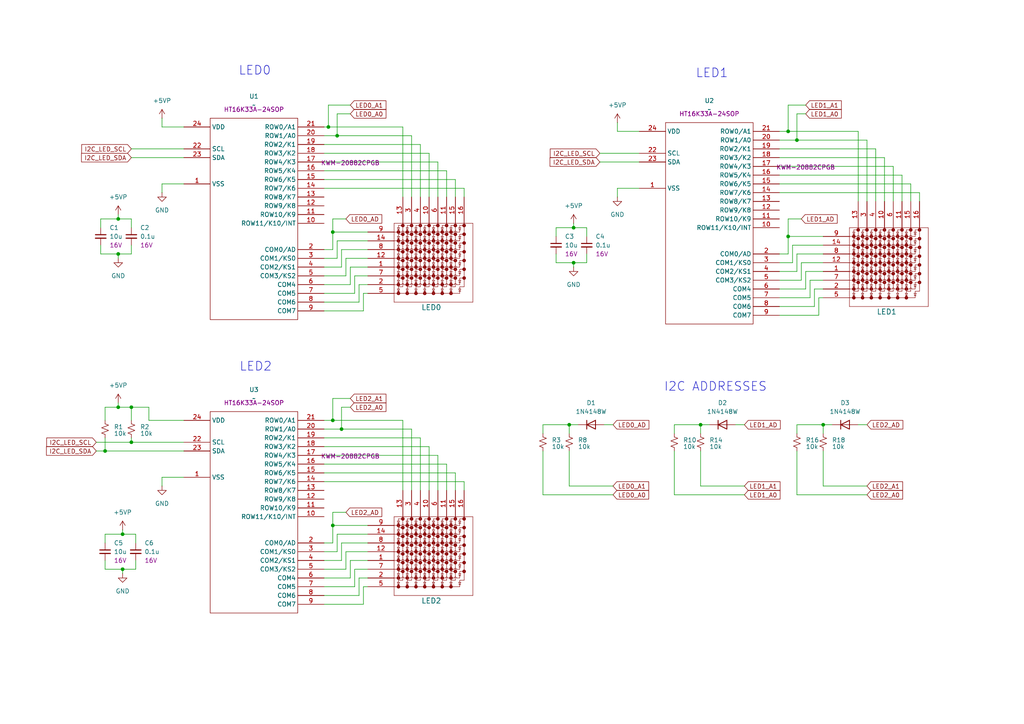
<source format=kicad_sch>
(kicad_sch (version 20231120) (generator "eeschema") (generator_version "8.0")
  (paper "A4")
  (lib_symbols
    (symbol "1_User_Library:Capacitor_non_polar" (pin_numbers hide) (pin_names (offset 0.254) hide)
      (property "Reference" "C" (at 2.54 1.778 0))
      (property "Value" "val" (at 2.54 0 0))
      (property "Voltage" "Vol" (at 2.54 -2.032 0))
      (symbol "Capacitor_non_polar_1_1"
        (pin passive line (at 0 2.54 270) (length 2.032) (name "~") (number "1"))
        (pin passive line (at 0 -2.54 90) (length 2.032) (name "~") (number "2"))
      )
    )
    (symbol "1_User_Library:HT16K33A-24SOP"
      (property "Reference" "U" (at 0 3.302 0))
      (property "Part Number" "HT16K33A-24SOP" (at -0.254 1.016 0))
      (symbol "HT16K33A-24SOP_1_0"
        (pin unspecified line (at -20.32 -19.05 0) (length 7.62) (name "VSS") (number "1"))
        (pin unspecified line (at 20.32 -30.48 180) (length 7.62) (name "ROW11/K10/INT") (number "10"))
        (pin unspecified line (at 20.32 -27.94 180) (length 7.62) (name "ROW10/K9") (number "11"))
        (pin unspecified line (at 20.32 -25.4 180) (length 7.62) (name "ROW9/K8") (number "12"))
        (pin unspecified line (at 20.32 -22.86 180) (length 7.62) (name "ROW8/K7") (number "13"))
        (pin unspecified line (at 20.32 -20.32 180) (length 7.62) (name "ROW7/K6") (number "14"))
        (pin unspecified line (at 20.32 -17.78 180) (length 7.62) (name "ROW6/K5") (number "15"))
        (pin unspecified line (at 20.32 -15.24 180) (length 7.62) (name "ROW5/K4") (number "16"))
        (pin unspecified line (at 20.32 -12.7 180) (length 7.62) (name "ROW4/K3") (number "17"))
        (pin unspecified line (at 20.32 -10.16 180) (length 7.62) (name "ROW3/K2") (number "18"))
        (pin unspecified line (at 20.32 -7.62 180) (length 7.62) (name "ROW2/K1") (number "19"))
        (pin unspecified line (at 20.32 -38.1 180) (length 7.62) (name "COM0/AD") (number "2"))
        (pin unspecified line (at 20.32 -5.08 180) (length 7.62) (name "ROW1/A0") (number "20"))
        (pin unspecified line (at 20.32 -2.54 180) (length 7.62) (name "ROW0/A1") (number "21"))
        (pin unspecified line (at -20.32 -8.89 0) (length 7.62) (name "SCL") (number "22"))
        (pin unspecified line (at -20.32 -11.43 0) (length 7.62) (name "SDA") (number "23"))
        (pin unspecified line (at -20.32 -2.54 0) (length 7.62) (name "VDD") (number "24"))
        (pin unspecified line (at 20.32 -40.64 180) (length 7.62) (name "COM1/KS0") (number "3"))
        (pin unspecified line (at 20.32 -43.18 180) (length 7.62) (name "COM2/KS1") (number "4"))
        (pin unspecified line (at 20.32 -45.72 180) (length 7.62) (name "COM3/KS2") (number "5"))
        (pin unspecified line (at 20.32 -48.26 180) (length 7.62) (name "COM4") (number "6"))
        (pin unspecified line (at 20.32 -50.8 180) (length 7.62) (name "COM5") (number "7"))
        (pin unspecified line (at 20.32 -53.34 180) (length 7.62) (name "COM6") (number "8"))
        (pin unspecified line (at 20.32 -55.88 180) (length 7.62) (name "COM7") (number "9"))
      )
    )
    (symbol "1_User_Library:KWM-20882CPGB" (pin_names (offset 0.254) hide)
      (property "Reference" "LED" (at 18.034 -22.098 0))
      (property "Part Number" "KWM-20882CPGB" (at -5.08 20.066 0))
      (symbol "KWM-20882CPGB_0_1"
        (pin unspecified line (at 0 -10.16 0) (length 7.62) (name "CATHODE_5") (number "1"))
        (pin unspecified line (at 17.78 10.16 270) (length 7.62) (name "ANODE_4") (number "10"))
        (pin unspecified line (at 22.86 10.16 270) (length 7.62) (name "ANODE_6") (number "11"))
        (pin unspecified line (at 0 -7.62 0) (length 7.62) (name "CATHODE_4") (number "12"))
        (pin unspecified line (at 10.16 10.16 270) (length 7.62) (name "ANODE_1") (number "13"))
        (pin unspecified line (at 0 -2.54 0) (length 7.62) (name "CATHODE_2") (number "14"))
        (pin unspecified line (at 25.4 10.16 270) (length 7.62) (name "ANODE_7") (number "15"))
        (pin unspecified line (at 27.94 10.16 270) (length 7.62) (name "ANODE_8") (number "16"))
        (pin unspecified line (at 0 -15.24 0) (length 7.62) (name "CATHODE_7") (number "2"))
        (pin unspecified line (at 12.7 10.16 270) (length 7.62) (name "ANODE_2") (number "3"))
        (pin unspecified line (at 15.24 10.16 270) (length 7.62) (name "ANODE_3") (number "4"))
        (pin unspecified line (at 0 -17.78 0) (length 7.62) (name "CATHODE_8") (number "5"))
        (pin unspecified line (at 20.32 10.16 270) (length 7.62) (name "ANODE_5") (number "6"))
        (pin unspecified line (at 0 -12.7 0) (length 7.62) (name "CATHODE_6") (number "7"))
        (pin unspecified line (at 0 -5.08 0) (length 7.62) (name "CATHODE_3") (number "8"))
      )
      (symbol "KWM-20882CPGB_1_1"
        (pin unspecified line (at 0 0 0) (length 7.62) (name "CATHODE_1") (number "9"))
      )
    )
    (symbol "1_User_Library:Resistor" (pin_numbers hide) (pin_names (offset 0.254) hide)
      (property "Reference" "R" (at 0.762 0.508 0))
      (symbol "Resistor_1_1"
        (pin passive line (at 0 2.54 270) (length 1.016) (name "~") (number "1"))
        (pin passive line (at 0 -2.54 90) (length 1.016) (name "~") (number "2"))
      )
    )
    (symbol "Diode:1N4148WT" (pin_numbers hide) (pin_names hide)
      (property "Reference" "D" (at 0 2.54 0))
      (property "Value" "1N4148WT" (at 0 -2.54 0))
      (symbol "1N4148WT_1_1"
        (pin passive line (at -3.81 0 0) (length 2.54) (name "K") (number "1"))
        (pin passive line (at 3.81 0 180) (length 2.54) (name "A") (number "2"))
      )
    )
    (symbol "power:+5VP" (power) (pin_numbers hide) (pin_names (offset 0) hide)
      (property "Value" "+5VP" (at 0 3.556 0))
      (symbol "+5VP_1_1"
        (pin power_in line (at 0 0 90) (length 0) (name "~") (number "1"))
      )
    )
    (symbol "power:GND" (power) (pin_numbers hide) (pin_names (offset 0) hide)
      (property "Value" "GND" (at 0 -3.81 0))
      (symbol "GND_1_1"
        (pin power_in line (at 0 0 270) (length 0) (name "~") (number "1"))
      )
    )
  )
  (junction (at 38.1 128.27))
  (junction (at 96.52 121.92))
  (junction (at 231.14 40.64))
  (junction (at 228.6 68.58))
  (junction (at 238.76 123.19))
  (junction (at 38.1 118.11))
  (junction (at 165.1 123.19))
  (junction (at 166.37 66.04))
  (junction (at 96.52 152.4))
  (junction (at 34.29 63.5))
  (junction (at 95.25 36.83))
  (junction (at 99.06 124.46))
  (junction (at 203.2 123.19))
  (junction (at 228.6 38.1))
  (junction (at 35.56 165.1))
  (junction (at 166.37 76.2))
  (junction (at 96.52 67.31))
  (junction (at 34.29 73.66))
  (junction (at 97.79 39.37))
  (junction (at 30.48 130.81))
  (junction (at 35.56 154.94))
  (junction (at 34.29 118.11))
  (wire (pts (xy 27.94 128.27) (xy 38.1 128.27)))
  (wire (pts (xy 226.06 81.28) (xy 232.41 81.28)))
  (wire (pts (xy 30.48 157.48) (xy 30.48 154.94)))
  (wire (pts (xy 173.99 44.45) (xy 185.42 44.45)))
  (wire (pts (xy 30.48 154.94) (xy 35.56 154.94)))
  (wire (pts (xy 34.29 63.5) (xy 38.1 63.5)))
  (wire (pts (xy 30.48 118.11) (xy 34.29 118.11)))
  (wire (pts (xy 232.41 81.28) (xy 232.41 76.2)))
  (wire (pts (xy 96.52 67.31) (xy 106.68 67.31)))
  (wire (pts (xy 165.1 130.81) (xy 165.1 140.97)))
  (wire (pts (xy 170.18 76.2) (xy 166.37 76.2)))
  (wire (pts (xy 238.76 123.19) (xy 238.76 125.73)))
  (wire (pts (xy 228.6 68.58) (xy 238.76 68.58)))
  (wire (pts (xy 226.06 55.88) (xy 266.7 55.88)))
  (wire (pts (xy 157.48 130.81) (xy 157.48 143.51)))
  (wire (pts (xy 93.98 44.45) (xy 124.46 44.45)))
  (wire (pts (xy 231.14 130.81) (xy 231.14 143.51)))
  (wire (pts (xy 29.21 66.04) (xy 29.21 63.5)))
  (wire (pts (xy 93.98 160.02) (xy 97.79 160.02)))
  (wire (pts (xy 170.18 73.66) (xy 170.18 76.2)))
  (wire (pts (xy 101.6 162.56) (xy 106.68 162.56)))
  (wire (pts (xy 231.14 33.02) (xy 231.14 40.64)))
  (wire (pts (xy 43.18 118.11) (xy 38.1 118.11)))
  (wire (pts (xy 96.52 72.39) (xy 96.52 67.31)))
  (wire (pts (xy 35.56 154.94) (xy 39.37 154.94)))
  (wire (pts (xy 121.92 41.91) (xy 121.92 57.15)))
  (wire (pts (xy 100.33 165.1) (xy 100.33 160.02)))
  (wire (pts (xy 203.2 140.97) (xy 215.9 140.97)))
  (wire (pts (xy 233.68 30.48) (xy 228.6 30.48)))
  (wire (pts (xy 102.87 85.09) (xy 102.87 80.01)))
  (wire (pts (xy 53.34 121.92) (xy 43.18 121.92)))
  (wire (pts (xy 93.98 165.1) (xy 100.33 165.1)))
  (wire (pts (xy 166.37 76.2) (xy 161.29 76.2)))
  (wire (pts (xy 38.1 71.12) (xy 38.1 73.66)))
  (wire (pts (xy 34.29 73.66) (xy 29.21 73.66)))
  (wire (pts (xy 101.6 167.64) (xy 101.6 162.56)))
  (wire (pts (xy 93.98 46.99) (xy 127 46.99)))
  (wire (pts (xy 256.54 45.72) (xy 256.54 58.42)))
  (wire (pts (xy 43.18 121.92) (xy 43.18 118.11)))
  (wire (pts (xy 161.29 76.2) (xy 161.29 73.66)))
  (wire (pts (xy 226.06 38.1) (xy 228.6 38.1)))
  (wire (pts (xy 101.6 118.11) (xy 99.06 118.11)))
  (wire (pts (xy 157.48 125.73) (xy 157.48 123.19)))
  (wire (pts (xy 30.48 121.92) (xy 30.48 118.11)))
  (wire (pts (xy 93.98 162.56) (xy 99.06 162.56)))
  (wire (pts (xy 236.22 83.82) (xy 238.76 83.82)))
  (wire (pts (xy 116.84 121.92) (xy 116.84 142.24)))
  (wire (pts (xy 93.98 82.55) (xy 101.6 82.55)))
  (wire (pts (xy 228.6 73.66) (xy 228.6 68.58)))
  (wire (pts (xy 96.52 157.48) (xy 96.52 152.4)))
  (wire (pts (xy 99.06 124.46) (xy 119.38 124.46)))
  (wire (pts (xy 99.06 157.48) (xy 106.68 157.48)))
  (wire (pts (xy 38.1 118.11) (xy 34.29 118.11)))
  (wire (pts (xy 179.07 57.15) (xy 179.07 54.61)))
  (wire (pts (xy 232.41 63.5) (xy 228.6 63.5)))
  (wire (pts (xy 259.08 48.26) (xy 259.08 58.42)))
  (wire (pts (xy 226.06 76.2) (xy 229.87 76.2)))
  (wire (pts (xy 97.79 33.02) (xy 97.79 39.37)))
  (wire (pts (xy 93.98 121.92) (xy 96.52 121.92)))
  (wire (pts (xy 34.29 73.66) (xy 34.29 74.93)))
  (wire (pts (xy 93.98 52.07) (xy 132.08 52.07)))
  (wire (pts (xy 134.62 139.7) (xy 134.62 142.24)))
  (wire (pts (xy 93.98 139.7) (xy 134.62 139.7)))
  (wire (pts (xy 93.98 85.09) (xy 102.87 85.09)))
  (wire (pts (xy 46.99 140.97) (xy 46.99 138.43)))
  (wire (pts (xy 124.46 129.54) (xy 124.46 142.24)))
  (wire (pts (xy 93.98 49.53) (xy 129.54 49.53)))
  (wire (pts (xy 93.98 172.72) (xy 104.14 172.72)))
  (wire (pts (xy 213.36 123.19) (xy 215.9 123.19)))
  (wire (pts (xy 35.56 165.1) (xy 30.48 165.1)))
  (wire (pts (xy 99.06 77.47) (xy 99.06 72.39)))
  (wire (pts (xy 121.92 127) (xy 121.92 142.24)))
  (wire (pts (xy 179.07 54.61) (xy 185.42 54.61)))
  (wire (pts (xy 93.98 134.62) (xy 129.54 134.62)))
  (wire (pts (xy 233.68 83.82) (xy 233.68 78.74)))
  (wire (pts (xy 97.79 160.02) (xy 97.79 154.94)))
  (wire (pts (xy 104.14 87.63) (xy 104.14 82.55)))
  (wire (pts (xy 101.6 115.57) (xy 96.52 115.57)))
  (wire (pts (xy 127 132.08) (xy 127 142.24)))
  (wire (pts (xy 203.2 123.19) (xy 205.74 123.19)))
  (wire (pts (xy 93.98 90.17) (xy 105.41 90.17)))
  (wire (pts (xy 251.46 40.64) (xy 251.46 58.42)))
  (wire (pts (xy 97.79 39.37) (xy 119.38 39.37)))
  (wire (pts (xy 101.6 82.55) (xy 101.6 77.47)))
  (wire (pts (xy 35.56 153.67) (xy 35.56 154.94)))
  (wire (pts (xy 97.79 74.93) (xy 97.79 69.85)))
  (wire (pts (xy 226.06 78.74) (xy 231.14 78.74)))
  (wire (pts (xy 93.98 54.61) (xy 134.62 54.61)))
  (wire (pts (xy 226.06 91.44) (xy 237.49 91.44)))
  (wire (pts (xy 195.58 125.73) (xy 195.58 123.19)))
  (wire (pts (xy 132.08 52.07) (xy 132.08 57.15)))
  (wire (pts (xy 105.41 85.09) (xy 106.68 85.09)))
  (wire (pts (xy 166.37 64.77) (xy 166.37 66.04)))
  (wire (pts (xy 46.99 34.29) (xy 46.99 36.83)))
  (wire (pts (xy 226.06 50.8) (xy 261.62 50.8)))
  (wire (pts (xy 119.38 124.46) (xy 119.38 142.24)))
  (wire (pts (xy 134.62 54.61) (xy 134.62 57.15)))
  (wire (pts (xy 38.1 45.72) (xy 53.34 45.72)))
  (wire (pts (xy 102.87 165.1) (xy 106.68 165.1)))
  (wire (pts (xy 105.41 170.18) (xy 106.68 170.18)))
  (wire (pts (xy 226.06 48.26) (xy 259.08 48.26)))
  (wire (pts (xy 99.06 118.11) (xy 99.06 124.46)))
  (wire (pts (xy 236.22 88.9) (xy 236.22 83.82)))
  (wire (pts (xy 93.98 170.18) (xy 102.87 170.18)))
  (wire (pts (xy 102.87 170.18) (xy 102.87 165.1)))
  (wire (pts (xy 179.07 38.1) (xy 185.42 38.1)))
  (wire (pts (xy 173.99 46.99) (xy 185.42 46.99)))
  (wire (pts (xy 96.52 121.92) (xy 116.84 121.92)))
  (wire (pts (xy 238.76 140.97) (xy 251.46 140.97)))
  (wire (pts (xy 46.99 53.34) (xy 53.34 53.34)))
  (wire (pts (xy 105.41 90.17) (xy 105.41 85.09)))
  (wire (pts (xy 38.1 63.5) (xy 38.1 66.04)))
  (wire (pts (xy 93.98 137.16) (xy 132.08 137.16)))
  (wire (pts (xy 165.1 140.97) (xy 177.8 140.97)))
  (wire (pts (xy 100.33 74.93) (xy 106.68 74.93)))
  (wire (pts (xy 93.98 39.37) (xy 97.79 39.37)))
  (wire (pts (xy 101.6 30.48) (xy 95.25 30.48)))
  (wire (pts (xy 29.21 63.5) (xy 34.29 63.5)))
  (wire (pts (xy 93.98 36.83) (xy 95.25 36.83)))
  (wire (pts (xy 93.98 132.08) (xy 127 132.08)))
  (wire (pts (xy 102.87 80.01) (xy 106.68 80.01)))
  (wire (pts (xy 93.98 74.93) (xy 97.79 74.93)))
  (wire (pts (xy 46.99 138.43) (xy 53.34 138.43)))
  (wire (pts (xy 231.14 78.74) (xy 231.14 73.66)))
  (wire (pts (xy 38.1 128.27) (xy 38.1 127)))
  (wire (pts (xy 96.52 63.5) (xy 96.52 67.31)))
  (wire (pts (xy 101.6 33.02) (xy 97.79 33.02)))
  (wire (pts (xy 238.76 130.81) (xy 238.76 140.97)))
  (wire (pts (xy 195.58 130.81) (xy 195.58 143.51)))
  (wire (pts (xy 39.37 165.1) (xy 35.56 165.1)))
  (wire (pts (xy 129.54 134.62) (xy 129.54 142.24)))
  (wire (pts (xy 39.37 162.56) (xy 39.37 165.1)))
  (wire (pts (xy 166.37 66.04) (xy 170.18 66.04)))
  (wire (pts (xy 226.06 45.72) (xy 256.54 45.72)))
  (wire (pts (xy 100.33 160.02) (xy 106.68 160.02)))
  (wire (pts (xy 104.14 172.72) (xy 104.14 167.64)))
  (wire (pts (xy 238.76 123.19) (xy 241.3 123.19)))
  (wire (pts (xy 93.98 80.01) (xy 100.33 80.01)))
  (wire (pts (xy 39.37 154.94) (xy 39.37 157.48)))
  (wire (pts (xy 233.68 33.02) (xy 231.14 33.02)))
  (wire (pts (xy 165.1 123.19) (xy 167.64 123.19)))
  (wire (pts (xy 46.99 55.88) (xy 46.99 53.34)))
  (wire (pts (xy 96.52 148.59) (xy 96.52 152.4)))
  (wire (pts (xy 38.1 73.66) (xy 34.29 73.66)))
  (wire (pts (xy 101.6 77.47) (xy 106.68 77.47)))
  (wire (pts (xy 234.95 81.28) (xy 238.76 81.28)))
  (wire (pts (xy 34.29 118.11) (xy 34.29 116.84)))
  (wire (pts (xy 229.87 76.2) (xy 229.87 71.12)))
  (wire (pts (xy 30.48 130.81) (xy 53.34 130.81)))
  (wire (pts (xy 93.98 77.47) (xy 99.06 77.47)))
  (wire (pts (xy 93.98 124.46) (xy 99.06 124.46)))
  (wire (pts (xy 93.98 41.91) (xy 121.92 41.91)))
  (wire (pts (xy 100.33 148.59) (xy 96.52 148.59)))
  (wire (pts (xy 261.62 50.8) (xy 261.62 58.42)))
  (wire (pts (xy 266.7 55.88) (xy 266.7 58.42)))
  (wire (pts (xy 170.18 66.04) (xy 170.18 68.58)))
  (wire (pts (xy 27.94 130.81) (xy 30.48 130.81)))
  (wire (pts (xy 93.98 129.54) (xy 124.46 129.54)))
  (wire (pts (xy 179.07 35.56) (xy 179.07 38.1)))
  (wire (pts (xy 226.06 53.34) (xy 264.16 53.34)))
  (wire (pts (xy 233.68 78.74) (xy 238.76 78.74)))
  (wire (pts (xy 248.92 123.19) (xy 251.46 123.19)))
  (wire (pts (xy 228.6 38.1) (xy 248.92 38.1)))
  (wire (pts (xy 226.06 83.82) (xy 233.68 83.82)))
  (wire (pts (xy 99.06 72.39) (xy 106.68 72.39)))
  (wire (pts (xy 46.99 36.83) (xy 53.34 36.83)))
  (wire (pts (xy 97.79 154.94) (xy 106.68 154.94)))
  (wire (pts (xy 53.34 128.27) (xy 38.1 128.27)))
  (wire (pts (xy 231.14 123.19) (xy 238.76 123.19)))
  (wire (pts (xy 231.14 125.73) (xy 231.14 123.19)))
  (wire (pts (xy 264.16 53.34) (xy 264.16 58.42)))
  (wire (pts (xy 30.48 165.1) (xy 30.48 162.56)))
  (wire (pts (xy 100.33 80.01) (xy 100.33 74.93)))
  (wire (pts (xy 116.84 36.83) (xy 116.84 57.15)))
  (wire (pts (xy 127 46.99) (xy 127 57.15)))
  (wire (pts (xy 38.1 118.11) (xy 38.1 121.92)))
  (wire (pts (xy 93.98 72.39) (xy 96.52 72.39)))
  (wire (pts (xy 30.48 127) (xy 30.48 130.81)))
  (wire (pts (xy 132.08 137.16) (xy 132.08 142.24)))
  (wire (pts (xy 124.46 44.45) (xy 124.46 57.15)))
  (wire (pts (xy 231.14 40.64) (xy 251.46 40.64)))
  (wire (pts (xy 35.56 165.1) (xy 35.56 166.37)))
  (wire (pts (xy 226.06 40.64) (xy 231.14 40.64)))
  (wire (pts (xy 97.79 69.85) (xy 106.68 69.85)))
  (wire (pts (xy 99.06 162.56) (xy 99.06 157.48)))
  (wire (pts (xy 237.49 86.36) (xy 238.76 86.36)))
  (wire (pts (xy 228.6 63.5) (xy 228.6 68.58)))
  (wire (pts (xy 129.54 49.53) (xy 129.54 57.15)))
  (wire (pts (xy 104.14 167.64) (xy 106.68 167.64)))
  (wire (pts (xy 226.06 43.18) (xy 254 43.18)))
  (wire (pts (xy 38.1 43.18) (xy 53.34 43.18)))
  (wire (pts (xy 231.14 73.66) (xy 238.76 73.66)))
  (wire (pts (xy 228.6 30.48) (xy 228.6 38.1)))
  (wire (pts (xy 232.41 76.2) (xy 238.76 76.2)))
  (wire (pts (xy 234.95 86.36) (xy 234.95 81.28)))
  (wire (pts (xy 226.06 73.66) (xy 228.6 73.66)))
  (wire (pts (xy 226.06 88.9) (xy 236.22 88.9)))
  (wire (pts (xy 195.58 123.19) (xy 203.2 123.19)))
  (wire (pts (xy 29.21 73.66) (xy 29.21 71.12)))
  (wire (pts (xy 254 43.18) (xy 254 58.42)))
  (wire (pts (xy 104.14 82.55) (xy 106.68 82.55)))
  (wire (pts (xy 248.92 38.1) (xy 248.92 58.42)))
  (wire (pts (xy 166.37 76.2) (xy 166.37 77.47)))
  (wire (pts (xy 93.98 175.26) (xy 105.41 175.26)))
  (wire (pts (xy 96.52 152.4) (xy 106.68 152.4)))
  (wire (pts (xy 161.29 68.58) (xy 161.29 66.04)))
  (wire (pts (xy 100.33 63.5) (xy 96.52 63.5)))
  (wire (pts (xy 175.26 123.19) (xy 177.8 123.19)))
  (wire (pts (xy 93.98 127) (xy 121.92 127)))
  (wire (pts (xy 237.49 91.44) (xy 237.49 86.36)))
  (wire (pts (xy 165.1 123.19) (xy 165.1 125.73)))
  (wire (pts (xy 157.48 123.19) (xy 165.1 123.19)))
  (wire (pts (xy 157.48 143.51) (xy 177.8 143.51)))
  (wire (pts (xy 226.06 86.36) (xy 234.95 86.36)))
  (wire (pts (xy 195.58 143.51) (xy 215.9 143.51)))
  (wire (pts (xy 96.52 115.57) (xy 96.52 121.92)))
  (wire (pts (xy 161.29 66.04) (xy 166.37 66.04)))
  (wire (pts (xy 95.25 30.48) (xy 95.25 36.83)))
  (wire (pts (xy 119.38 39.37) (xy 119.38 57.15)))
  (wire (pts (xy 229.87 71.12) (xy 238.76 71.12)))
  (wire (pts (xy 34.29 62.23) (xy 34.29 63.5)))
  (wire (pts (xy 203.2 130.81) (xy 203.2 140.97)))
  (wire (pts (xy 93.98 157.48) (xy 96.52 157.48)))
  (wire (pts (xy 95.25 36.83) (xy 116.84 36.83)))
  (wire (pts (xy 93.98 167.64) (xy 101.6 167.64)))
  (wire (pts (xy 231.14 143.51) (xy 251.46 143.51)))
  (wire (pts (xy 105.41 175.26) (xy 105.41 170.18)))
  (wire (pts (xy 203.2 123.19) (xy 203.2 125.73)))
  (wire (pts (xy 93.98 87.63) (xy 104.14 87.63)))
  (text "LED1" (at 206.502 21.336 0) (effects (font (size 2.54 2.54))))
  (text "I2C ADDRESSES" (at 207.518 112.268 0) (effects (font (size 2.54 2.54))))
  (text "LED0" (at 73.914 20.574 0) (effects (font (size 2.54 2.54))))
  (text "LED2\n" (at 74.168 106.426 0) (effects (font (size 2.54 2.54))))
  (global_label "I2C_LED_SDA" (shape input) (at 173.99 46.99 180) (property "Intersheetrefs" "${INTERSHEET_REFS}" (effects (hide yes))))
  (global_label "LED0_AD" (shape input) (at 177.8 123.19 0) (property "Intersheetrefs" "${INTERSHEET_REFS}" (effects (hide yes))))
  (global_label "LED2_A0" (shape input) (at 251.46 143.51 0) (property "Intersheetrefs" "${INTERSHEET_REFS}" (effects (hide yes))))
  (global_label "LED1_A1" (shape input) (at 215.9 140.97 0) (property "Intersheetrefs" "${INTERSHEET_REFS}" (effects (hide yes))))
  (global_label "LED0_A1" (shape input) (at 101.6 30.48 0) (property "Intersheetrefs" "${INTERSHEET_REFS}" (effects (hide yes))))
  (global_label "LED2_A1" (shape input) (at 251.46 140.97 0) (property "Intersheetrefs" "${INTERSHEET_REFS}" (effects (hide yes))))
  (global_label "LED2_A1" (shape input) (at 101.6 115.57 0) (property "Intersheetrefs" "${INTERSHEET_REFS}" (effects (hide yes))))
  (global_label "LED0_A0" (shape input) (at 101.6 33.02 0) (property "Intersheetrefs" "${INTERSHEET_REFS}" (effects (hide yes))))
  (global_label "LED1_AD" (shape input) (at 215.9 123.19 0) (property "Intersheetrefs" "${INTERSHEET_REFS}" (effects (hide yes))))
  (global_label "LED2_AD" (shape input) (at 100.33 148.59 0) (property "Intersheetrefs" "${INTERSHEET_REFS}" (effects (hide yes))))
  (global_label "LED2_AD" (shape input) (at 251.46 123.19 0) (property "Intersheetrefs" "${INTERSHEET_REFS}" (effects (hide yes))))
  (global_label "LED0_A0" (shape input) (at 177.8 143.51 0) (property "Intersheetrefs" "${INTERSHEET_REFS}" (effects (hide yes))))
  (global_label "I2C_LED_SDA" (shape input) (at 38.1 45.72 180) (property "Intersheetrefs" "${INTERSHEET_REFS}" (effects (hide yes))))
  (global_label "LED2_A0" (shape input) (at 101.6 118.11 0) (property "Intersheetrefs" "${INTERSHEET_REFS}" (effects (hide yes))))
  (global_label "LED1_AD" (shape input) (at 232.41 63.5 0) (property "Intersheetrefs" "${INTERSHEET_REFS}" (effects (hide yes))))
  (global_label "I2C_LED_SCL" (shape input) (at 27.94 128.27 180) (property "Intersheetrefs" "${INTERSHEET_REFS}" (effects (hide yes))))
  (global_label "I2C_LED_SCL" (shape input) (at 38.1 43.18 180) (property "Intersheetrefs" "${INTERSHEET_REFS}" (effects (hide yes))))
  (global_label "I2C_LED_SDA" (shape input) (at 27.94 130.81 180) (property "Intersheetrefs" "${INTERSHEET_REFS}" (effects (hide yes))))
  (global_label "LED0_AD" (shape input) (at 100.33 63.5 0) (property "Intersheetrefs" "${INTERSHEET_REFS}" (effects (hide yes))))
  (global_label "LED0_A1" (shape input) (at 177.8 140.97 0) (property "Intersheetrefs" "${INTERSHEET_REFS}" (effects (hide yes))))
  (global_label "LED1_A0" (shape input) (at 233.68 33.02 0) (property "Intersheetrefs" "${INTERSHEET_REFS}" (effects (hide yes))))
  (global_label "I2C_LED_SCL" (shape input) (at 173.99 44.45 180) (property "Intersheetrefs" "${INTERSHEET_REFS}" (effects (hide yes))))
  (global_label "LED1_A1" (shape input) (at 233.68 30.48 0) (property "Intersheetrefs" "${INTERSHEET_REFS}" (effects (hide yes))))
  (global_label "LED1_A0" (shape input) (at 215.9 143.51 0) (property "Intersheetrefs" "${INTERSHEET_REFS}" (effects (hide yes))))
  (symbol (lib_id "1_User_Library:HT16K33A-24SOP") (at 205.74 35.56 0) (unit 1)
    (property "Reference" "U2" (at 205.74 29.21 0))
    (property "Value" "~" (at 205.74 31.75 0))
    (property "Footprint" "Package_SO:SOP-24_7.5x15.4mm_P1.27mm" (effects (hide yes)))
    (property "Part Number" "HT16K33A-24SOP" (at 205.74 33.02 0))
  )
  (symbol (lib_id "1_User_Library:Capacitor_non_polar") (at 38.1 68.58 0) (unit 1)
    (property "Reference" "C2" (at 40.64 66.0462 0) (effects (justify left)))
    (property "Value" "0.1u" (at 40.64 68.5862 0) (effects (justify left)))
    (property "Footprint" "Capacitor_SMD:C_0805_2012Metric_Pad1.18x1.45mm_HandSolder" (effects (hide yes)))
    (property "Description" "CAP, MLCC, 0.1U, 16V, 0805" (effects (hide yes)))
    (property "Part Number" "0805YC104MAT2A" (effects (hide yes)))
    (property "Voltage" "16V" (at 40.64 71.1262 0) (effects (justify left)))
  )
  (symbol (lib_id "1_User_Library:HT16K33A-24SOP") (at 73.66 34.29 0) (unit 1)
    (property "Reference" "U1" (at 73.66 27.94 0))
    (property "Value" "~" (at 73.66 30.48 0))
    (property "Footprint" "Package_SO:SOP-24_7.5x15.4mm_P1.27mm" (effects (hide yes)))
    (property "Part Number" "HT16K33A-24SOP" (at 73.66 31.75 0))
  )
  (symbol (lib_id "1_User_Library:Resistor") (at 157.48 128.27 0) (unit 1)
    (property "Reference" "R3" (at 160.02 127.6349 0) (effects (justify left)))
    (property "Value" "10k" (at 160.02 129.54 0) (effects (justify left)))
    (property "Footprint" "Resistor_SMD:R_0805_2012Metric_Pad1.20x1.40mm_HandSolder" (effects (hide yes)))
    (property "Description" "RES, 0805, 10K, 1PCT" (effects (hide yes)))
    (property "Part Number" "CRCW080510K0FKEA" (effects (hide yes)))
  )
  (symbol (lib_id "1_User_Library:Resistor") (at 231.14 128.27 0) (unit 1)
    (property "Reference" "R16" (at 233.68 127.6349 0) (effects (justify left)))
    (property "Value" "10k" (at 233.68 129.54 0) (effects (justify left)))
    (property "Footprint" "Resistor_SMD:R_0805_2012Metric_Pad1.20x1.40mm_HandSolder" (effects (hide yes)))
    (property "Description" "RES, 0805, 10K, 1PCT" (effects (hide yes)))
    (property "Part Number" "CRCW080510K0FKEA" (effects (hide yes)))
  )
  (symbol (lib_id "1_User_Library:Resistor") (at 195.58 128.27 0) (unit 1)
    (property "Reference" "R10" (at 198.12 127.6349 0) (effects (justify left)))
    (property "Value" "10k" (at 198.12 129.54 0) (effects (justify left)))
    (property "Footprint" "Resistor_SMD:R_0805_2012Metric_Pad1.20x1.40mm_HandSolder" (effects (hide yes)))
    (property "Description" "RES, 0805, 10K, 1PCT" (effects (hide yes)))
    (property "Part Number" "CRCW080510K0FKEA" (effects (hide yes)))
  )
  (symbol (lib_id "1_User_Library:HT16K33A-24SOP") (at 73.66 119.38 0) (unit 1)
    (property "Reference" "U3" (at 73.66 113.03 0))
    (property "Value" "~" (at 73.66 115.57 0))
    (property "Footprint" "Package_SO:SOP-24_7.5x15.4mm_P1.27mm" (effects (hide yes)))
    (property "Part Number" "HT16K33A-24SOP" (at 73.66 116.84 0))
  )
  (symbol (lib_id "1_User_Library:Resistor") (at 30.48 124.46 0) (unit 1)
    (property "Reference" "R1" (at 33.02 123.8249 0) (effects (justify left)))
    (property "Value" "10k" (at 33.02 125.73 0) (effects (justify left)))
    (property "Footprint" "Resistor_SMD:R_0805_2012Metric_Pad1.20x1.40mm_HandSolder" (effects (hide yes)))
    (property "Description" "RES, 0805, 10K, 1PCT" (effects (hide yes)))
    (property "Part Number" "CRCW080510K0FKEA" (effects (hide yes)))
  )
  (symbol (lib_id "power:+5VP") (at 34.29 62.23 0) (unit 1)
    (property "Reference" "#PWR07" (effects (hide yes)))
    (property "Value" "+5VP" (at 34.29 57.15 0))
    (property "Description" "Power symbol creates a global label with name \"+5VP\"" (effects (hide yes)))
  )
  (symbol (lib_id "Diode:1N4148WT") (at 245.11 123.19 0) (unit 1)
    (property "Reference" "D3" (at 245.11 116.84 0))
    (property "Value" "1N4148W" (at 245.11 119.38 0))
    (property "Footprint" "Diode_SMD:D_SOD-523" (effects (hide yes)))
    (property "Datasheet" "https://www.diodes.com/assets/Datasheets/ds30396.pdf" (effects (hide yes)))
    (property "Description" "75V 0.15A Fast switching Diode, SOD-523" (effects (hide yes)))
    (property "Sim.Device" "D" (effects (hide yes)))
    (property "Sim.Pins" "1=K 2=A" (effects (hide yes)))
    (property "Part Number" "1N4148W" (effects (hide yes)))
  )
  (symbol (lib_id "power:GND") (at 34.29 74.93 0) (unit 1)
    (property "Reference" "#PWR09" (effects (hide yes)))
    (property "Value" "GND" (at 34.29 80.01 0))
    (property "Description" "Power symbol creates a global label with name \"GND\" , ground" (effects (hide yes)))
  )
  (symbol (lib_id "power:+5VP") (at 34.29 116.84 0) (unit 1)
    (property "Reference" "#PWR01" (effects (hide yes)))
    (property "Value" "+5VP" (at 34.29 111.76 0))
    (property "Description" "Power symbol creates a global label with name \"+5VP\"" (effects (hide yes)))
  )
  (symbol (lib_id "Diode:1N4148WT") (at 209.55 123.19 0) (unit 1)
    (property "Reference" "D2" (at 209.55 116.84 0))
    (property "Value" "1N4148W" (at 209.55 119.38 0))
    (property "Footprint" "Diode_SMD:D_SOD-523" (effects (hide yes)))
    (property "Datasheet" "https://www.diodes.com/assets/Datasheets/ds30396.pdf" (effects (hide yes)))
    (property "Description" "75V 0.15A Fast switching Diode, SOD-523" (effects (hide yes)))
    (property "Sim.Device" "D" (effects (hide yes)))
    (property "Sim.Pins" "1=K 2=A" (effects (hide yes)))
  )
  (symbol (lib_id "1_User_Library:KWM-20882CPGB") (at 238.76 68.58 0) (unit 1)
    (property "Reference" "LED1" (at 254.254 90.424 0) (effects (font (size 1.524 1.524)) (justify left)))
    (property "Value" "KWM-R30881CBB" (effects (hide yes)))
    (property "Footprint" "1_User_Library:KWM-20882AUGB" (effects (hide yes)))
    (property "Datasheet" "KWM-20882CPGB" (effects (hide yes)))
    (property "Description" "8X8 LED DOT MATRIX, COMMON CATHODE" (effects (hide yes)))
    (property "Part Number" "KWM-20882CPGB" (at 233.68 48.514 0))
  )
  (symbol (lib_id "power:+5VP") (at 179.07 35.56 0) (unit 1)
    (property "Reference" "#PWR03" (effects (hide yes)))
    (property "Value" "+5VP" (at 179.07 30.48 0))
    (property "Description" "Power symbol creates a global label with name \"+5VP\"" (effects (hide yes)))
  )
  (symbol (lib_id "1_User_Library:KWM-20882CPGB") (at 106.68 152.4 0) (unit 1)
    (property "Reference" "LED2" (at 122.174 174.244 0) (effects (font (size 1.524 1.524)) (justify left)))
    (property "Value" "KWM-R30881CBB" (effects (hide yes)))
    (property "Footprint" "1_User_Library:KWM-20882AUGB" (effects (hide yes)))
    (property "Datasheet" "KWM-20882CPGB" (effects (hide yes)))
    (property "Description" "8X8 LED DOT MATRIX, COMMON CATHODE" (effects (hide yes)))
    (property "Part Number" "KWM-20882CPGB" (at 101.6 132.334 0))
  )
  (symbol (lib_id "1_User_Library:KWM-20882CPGB") (at 106.68 67.31 0) (unit 1)
    (property "Reference" "LED0" (at 122.174 89.154 0) (effects (font (size 1.524 1.524)) (justify left)))
    (property "Value" "KWM-R30881CBB" (effects (hide yes)))
    (property "Footprint" "1_User_Library:KWM-20882AUGB" (effects (hide yes)))
    (property "Datasheet" "KWM-20882CPGB" (effects (hide yes)))
    (property "Description" "8X8 LED DOT MATRIX, COMMON CATHODE" (effects (hide yes)))
    (property "Part Number" "KWM-20882CPGB" (at 101.6 47.244 0))
  )
  (symbol (lib_id "1_User_Library:Resistor") (at 238.76 128.27 0) (unit 1)
    (property "Reference" "R18" (at 241.3 127.6349 0) (effects (justify left)))
    (property "Value" "10k" (at 241.3 129.54 0) (effects (justify left)))
    (property "Footprint" "Resistor_SMD:R_0805_2012Metric_Pad1.20x1.40mm_HandSolder" (effects (hide yes)))
    (property "Description" "RES, 0805, 10K, 1PCT" (effects (hide yes)))
    (property "Part Number" "CRCW080510K0FKEA" (effects (hide yes)))
  )
  (symbol (lib_id "power:+5VP") (at 46.99 34.29 0) (unit 1)
    (property "Reference" "#PWR02" (effects (hide yes)))
    (property "Value" "+5VP" (at 46.99 29.21 0))
    (property "Description" "Power symbol creates a global label with name \"+5VP\"" (effects (hide yes)))
  )
  (symbol (lib_id "1_User_Library:Capacitor_non_polar") (at 39.37 160.02 0) (unit 1)
    (property "Reference" "C6" (at 41.91 157.4862 0) (effects (justify left)))
    (property "Value" "0.1u" (at 41.91 160.0262 0) (effects (justify left)))
    (property "Footprint" "Capacitor_SMD:C_0805_2012Metric_Pad1.18x1.45mm_HandSolder" (effects (hide yes)))
    (property "Description" "CAP, MLCC, 0.1U, 16V, 0805" (effects (hide yes)))
    (property "Part Number" "0805YC104MAT2A" (effects (hide yes)))
    (property "Voltage" "16V" (at 41.91 162.5662 0) (effects (justify left)))
  )
  (symbol (lib_id "power:GND") (at 35.56 166.37 0) (unit 1)
    (property "Reference" "#PWR012" (effects (hide yes)))
    (property "Value" "GND" (at 35.56 171.45 0))
    (property "Description" "Power symbol creates a global label with name \"GND\" , ground" (effects (hide yes)))
  )
  (symbol (lib_id "power:GND") (at 46.99 55.88 0) (unit 1)
    (property "Reference" "#PWR04" (effects (hide yes)))
    (property "Value" "GND" (at 46.99 60.96 0))
    (property "Description" "Power symbol creates a global label with name \"GND\" , ground" (effects (hide yes)))
  )
  (symbol (lib_id "power:+5VP") (at 166.37 64.77 0) (unit 1)
    (property "Reference" "#PWR08" (effects (hide yes)))
    (property "Value" "+5VP" (at 166.37 59.69 0))
    (property "Description" "Power symbol creates a global label with name \"+5VP\"" (effects (hide yes)))
  )
  (symbol (lib_id "power:GND") (at 166.37 77.47 0) (unit 1)
    (property "Reference" "#PWR010" (effects (hide yes)))
    (property "Value" "GND" (at 166.37 82.55 0))
    (property "Description" "Power symbol creates a global label with name \"GND\" , ground" (effects (hide yes)))
  )
  (symbol (lib_id "1_User_Library:Capacitor_non_polar") (at 161.29 71.12 0) (unit 1)
    (property "Reference" "C3" (at 163.83 68.5862 0) (effects (justify left)))
    (property "Value" "10u" (at 163.83 71.1262 0) (effects (justify left)))
    (property "Footprint" "Capacitor_SMD:C_0805_2012Metric_Pad1.18x1.45mm_HandSolder" (effects (hide yes)))
    (property "Description" "CAP, MLCC, 10U, 16V, 0805" (effects (hide yes)))
    (property "Part Number" "0805YC106MAT2A" (effects (hide yes)))
    (property "Voltage" "16V" (at 163.83 73.6662 0) (effects (justify left)))
  )
  (symbol (lib_id "1_User_Library:Capacitor_non_polar") (at 29.21 68.58 0) (unit 1)
    (property "Reference" "C1" (at 31.75 66.0462 0) (effects (justify left)))
    (property "Value" "10u" (at 31.75 68.5862 0) (effects (justify left)))
    (property "Footprint" "Capacitor_SMD:C_0805_2012Metric_Pad1.18x1.45mm_HandSolder" (effects (hide yes)))
    (property "Description" "CAP, MLCC, 10U, 16V, 0805" (effects (hide yes)))
    (property "Part Number" "0805YC106MAT2A" (effects (hide yes)))
    (property "Voltage" "16V" (at 31.75 71.1262 0) (effects (justify left)))
  )
  (symbol (lib_id "power:GND") (at 46.99 140.97 0) (unit 1)
    (property "Reference" "#PWR019" (effects (hide yes)))
    (property "Value" "GND" (at 46.99 146.05 0))
    (property "Description" "Power symbol creates a global label with name \"GND\" , ground" (effects (hide yes)))
  )
  (symbol (lib_id "power:+5VP") (at 35.56 153.67 0) (unit 1)
    (property "Reference" "#PWR011" (effects (hide yes)))
    (property "Value" "+5VP" (at 35.56 148.59 0))
    (property "Description" "Power symbol creates a global label with name \"+5VP\"" (effects (hide yes)))
  )
  (symbol (lib_id "1_User_Library:Resistor") (at 38.1 124.46 0) (unit 1)
    (property "Reference" "R2" (at 40.64 123.8249 0) (effects (justify left)))
    (property "Value" "10k" (at 40.64 125.73 0) (effects (justify left)))
    (property "Footprint" "Resistor_SMD:R_0805_2012Metric_Pad1.20x1.40mm_HandSolder" (effects (hide yes)))
    (property "Description" "RES, 0805, 10K, 1PCT" (effects (hide yes)))
    (property "Part Number" "CRCW080510K0FKEA" (effects (hide yes)))
  )
  (symbol (lib_id "Diode:1N4148WT") (at 171.45 123.19 0) (unit 1)
    (property "Reference" "D1" (at 171.45 116.84 0))
    (property "Value" "1N4148W" (at 171.45 119.38 0))
    (property "Footprint" "Diode_SMD:D_SOD-523" (effects (hide yes)))
    (property "Datasheet" "https://www.diodes.com/assets/Datasheets/ds30396.pdf" (effects (hide yes)))
    (property "Description" "75V 0.15A Fast switching Diode, SOD-523" (effects (hide yes)))
    (property "Sim.Device" "D" (effects (hide yes)))
    (property "Sim.Pins" "1=K 2=A" (effects (hide yes)))
  )
  (symbol (lib_id "1_User_Library:Resistor") (at 203.2 128.27 0) (unit 1)
    (property "Reference" "R14" (at 205.74 127.6349 0) (effects (justify left)))
    (property "Value" "10k" (at 205.74 129.54 0) (effects (justify left)))
    (property "Footprint" "Resistor_SMD:R_0805_2012Metric_Pad1.20x1.40mm_HandSolder" (effects (hide yes)))
    (property "Description" "RES, 0805, 10K, 1PCT" (effects (hide yes)))
    (property "Part Number" "CRCW080510K0FKEA" (effects (hide yes)))
  )
  (symbol (lib_id "1_User_Library:Resistor") (at 165.1 128.27 0) (unit 1)
    (property "Reference" "R8" (at 167.64 127.6349 0) (effects (justify left)))
    (property "Value" "10k" (at 167.64 129.54 0) (effects (justify left)))
    (property "Footprint" "Resistor_SMD:R_0805_2012Metric_Pad1.20x1.40mm_HandSolder" (effects (hide yes)))
    (property "Description" "RES, 0805, 10K, 1PCT" (effects (hide yes)))
    (property "Part Number" "CRCW080510K0FKEA" (effects (hide yes)))
  )
  (symbol (lib_id "1_User_Library:Capacitor_non_polar") (at 30.48 160.02 0) (unit 1)
    (property "Reference" "C5" (at 33.02 157.4862 0) (effects (justify left)))
    (property "Value" "10u" (at 33.02 160.0262 0) (effects (justify left)))
    (property "Footprint" "Capacitor_SMD:C_0805_2012Metric_Pad1.18x1.45mm_HandSolder" (effects (hide yes)))
    (property "Description" "CAP, MLCC, 10U, 16V, 0805" (effects (hide yes)))
    (property "Part Number" "0805YC106MAT2A" (effects (hide yes)))
    (property "Voltage" "16V" (at 33.02 162.5662 0) (effects (justify left)))
  )
  (symbol (lib_id "power:GND") (at 179.07 57.15 0) (unit 1)
    (property "Reference" "#PWR05" (effects (hide yes)))
    (property "Value" "GND" (at 179.07 62.23 0))
    (property "Description" "Power symbol creates a global label with name \"GND\" , ground" (effects (hide yes)))
  )
  (symbol (lib_id "1_User_Library:Capacitor_non_polar") (at 170.18 71.12 0) (unit 1)
    (property "Reference" "C4" (at 172.72 68.5862 0) (effects (justify left)))
    (property "Value" "0.1u" (at 172.72 71.1262 0) (effects (justify left)))
    (property "Footprint" "Capacitor_SMD:C_0805_2012Metric_Pad1.18x1.45mm_HandSolder" (effects (hide yes)))
    (property "Description" "CAP, MLCC, 0.1U, 16V, 0805" (effects (hide yes)))
    (property "Part Number" "0805YC104MAT2A" (effects (hide yes)))
    (property "Voltage" "16V" (at 172.72 73.6662 0) (effects (justify left)))
  )
)
</source>
